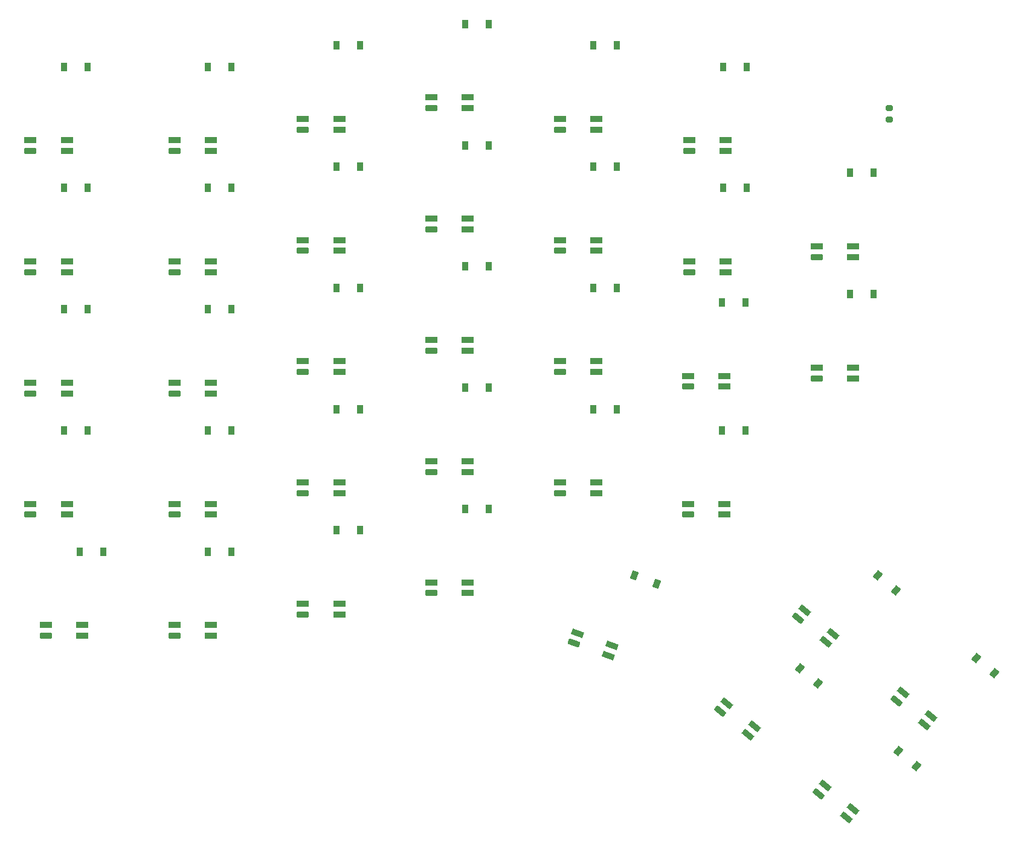
<source format=gbr>
%TF.GenerationSoftware,KiCad,Pcbnew,(6.0.5)*%
%TF.CreationDate,2022-05-24T22:08:53+02:00*%
%TF.ProjectId,LPKeyboard,4c504b65-7962-46f6-9172-642e6b696361,rev?*%
%TF.SameCoordinates,Original*%
%TF.FileFunction,Paste,Top*%
%TF.FilePolarity,Positive*%
%FSLAX46Y46*%
G04 Gerber Fmt 4.6, Leading zero omitted, Abs format (unit mm)*
G04 Created by KiCad (PCBNEW (6.0.5)) date 2022-05-24 22:08:53*
%MOMM*%
%LPD*%
G01*
G04 APERTURE LIST*
G04 Aperture macros list*
%AMRoundRect*
0 Rectangle with rounded corners*
0 $1 Rounding radius*
0 $2 $3 $4 $5 $6 $7 $8 $9 X,Y pos of 4 corners*
0 Add a 4 corners polygon primitive as box body*
4,1,4,$2,$3,$4,$5,$6,$7,$8,$9,$2,$3,0*
0 Add four circle primitives for the rounded corners*
1,1,$1+$1,$2,$3*
1,1,$1+$1,$4,$5*
1,1,$1+$1,$6,$7*
1,1,$1+$1,$8,$9*
0 Add four rect primitives between the rounded corners*
20,1,$1+$1,$2,$3,$4,$5,0*
20,1,$1+$1,$4,$5,$6,$7,0*
20,1,$1+$1,$6,$7,$8,$9,0*
20,1,$1+$1,$8,$9,$2,$3,0*%
%AMRotRect*
0 Rectangle, with rotation*
0 The origin of the aperture is its center*
0 $1 length*
0 $2 width*
0 $3 Rotation angle, in degrees counterclockwise*
0 Add horizontal line*
21,1,$1,$2,0,0,$3*%
G04 Aperture macros list end*
%ADD10R,0.900000X1.200000*%
%ADD11R,1.700000X0.820000*%
%ADD12RoundRect,0.205000X0.645000X0.205000X-0.645000X0.205000X-0.645000X-0.205000X0.645000X-0.205000X0*%
%ADD13RotRect,0.900000X1.200000X140.000000*%
%ADD14RotRect,0.900000X1.200000X160.000000*%
%ADD15RotRect,1.700000X0.820000X140.000000*%
%ADD16RoundRect,0.205000X0.625870X-0.257559X-0.362327X0.571637X-0.625870X0.257559X0.362327X-0.571637X0*%
%ADD17RotRect,1.700000X0.820000X160.000000*%
%ADD18RoundRect,0.205000X0.676216X-0.027966X-0.535988X0.413240X-0.676216X0.027966X0.535988X-0.413240X0*%
%ADD19RoundRect,0.200000X0.275000X-0.200000X0.275000X0.200000X-0.275000X0.200000X-0.275000X-0.200000X0*%
G04 APERTURE END LIST*
D10*
%TO.C,D47*%
X91049127Y-68231064D03*
X87749127Y-68231064D03*
%TD*%
D11*
%TO.C,D11*%
X88147500Y-61529800D03*
X88147500Y-63029800D03*
D12*
X83047500Y-63029800D03*
D11*
X83047500Y-61529800D03*
%TD*%
D13*
%TO.C,D70*%
X169020276Y-152295887D03*
X166492330Y-150174687D03*
%TD*%
D11*
%TO.C,D28*%
X142147500Y-97572800D03*
X142147500Y-99072800D03*
D12*
X137047500Y-99072800D03*
D11*
X137047500Y-97572800D03*
%TD*%
D14*
%TO.C,D60*%
X132601361Y-126716500D03*
X129500375Y-125587834D03*
%TD*%
D11*
%TO.C,D3*%
X49960000Y-98529800D03*
X49960000Y-100029800D03*
D12*
X44860000Y-100029800D03*
D11*
X44860000Y-98529800D03*
%TD*%
D10*
%TO.C,D39*%
X52861627Y-105231064D03*
X49561627Y-105231064D03*
%TD*%
D11*
%TO.C,D31*%
X160147500Y-79404800D03*
X160147500Y-80904800D03*
D12*
X155047500Y-80904800D03*
D11*
X155047500Y-79404800D03*
%TD*%
D10*
%TO.C,D37*%
X52861627Y-71231064D03*
X49561627Y-71231064D03*
%TD*%
D13*
%TO.C,D65*%
X155231477Y-140725711D03*
X152703531Y-138604511D03*
%TD*%
D11*
%TO.C,D29*%
X142147500Y-115529800D03*
X142147500Y-117029800D03*
D12*
X137047500Y-117029800D03*
D11*
X137047500Y-115529800D03*
%TD*%
D10*
%TO.C,D49*%
X91049127Y-102231064D03*
X87749127Y-102231064D03*
%TD*%
%TO.C,D44*%
X73049127Y-105231064D03*
X69749127Y-105231064D03*
%TD*%
%TO.C,D40*%
X55049127Y-122231064D03*
X51749127Y-122231064D03*
%TD*%
%TO.C,D46*%
X91049127Y-51231064D03*
X87749127Y-51231064D03*
%TD*%
D11*
%TO.C,D12*%
X88147500Y-78529800D03*
X88147500Y-80029800D03*
D12*
X83047500Y-80029800D03*
D11*
X83047500Y-78529800D03*
%TD*%
%TO.C,D9*%
X70147500Y-115529800D03*
X70147500Y-117029800D03*
D12*
X65047500Y-117029800D03*
D11*
X65047500Y-115529800D03*
%TD*%
%TO.C,D6*%
X70147500Y-64529800D03*
X70147500Y-66029800D03*
D12*
X65047500Y-66029800D03*
D11*
X65047500Y-64529800D03*
%TD*%
%TO.C,D18*%
X106147500Y-92529800D03*
X106147500Y-94029800D03*
D12*
X101047500Y-94029800D03*
D11*
X101047500Y-92529800D03*
%TD*%
D15*
%TO.C,D33*%
X157307439Y-133717832D03*
X156343258Y-134866899D03*
D16*
X152436431Y-131588682D03*
D15*
X153400612Y-130439615D03*
%TD*%
D10*
%TO.C,D43*%
X73049127Y-88231064D03*
X69749127Y-88231064D03*
%TD*%
%TO.C,D61*%
X145199127Y-54231064D03*
X141899127Y-54231064D03*
%TD*%
%TO.C,D55*%
X109049127Y-116231064D03*
X105749127Y-116231064D03*
%TD*%
%TO.C,D54*%
X109049127Y-99231064D03*
X105749127Y-99231064D03*
%TD*%
%TO.C,D45*%
X73049127Y-122231064D03*
X69749127Y-122231064D03*
%TD*%
%TO.C,D66*%
X163049127Y-69106064D03*
X159749127Y-69106064D03*
%TD*%
D11*
%TO.C,D1*%
X49960000Y-64529800D03*
X49960000Y-66029800D03*
D12*
X44860000Y-66029800D03*
D11*
X44860000Y-64529800D03*
%TD*%
D10*
%TO.C,D59*%
X127049127Y-102231064D03*
X123749127Y-102231064D03*
%TD*%
D11*
%TO.C,D24*%
X124147500Y-112529800D03*
X124147500Y-114029800D03*
D12*
X119047500Y-114029800D03*
D11*
X119047500Y-112529800D03*
%TD*%
%TO.C,D23*%
X124147500Y-95529800D03*
X124147500Y-97029800D03*
D12*
X119047500Y-97029800D03*
D11*
X119047500Y-95529800D03*
%TD*%
%TO.C,D14*%
X88147500Y-112529800D03*
X88147500Y-114029800D03*
D12*
X83047500Y-114029800D03*
D11*
X83047500Y-112529800D03*
%TD*%
%TO.C,D20*%
X106147500Y-126529800D03*
X106147500Y-128029800D03*
D12*
X101047500Y-128029800D03*
D11*
X101047500Y-126529800D03*
%TD*%
%TO.C,D19*%
X106147500Y-109529800D03*
X106147500Y-111029800D03*
D12*
X101047500Y-111029800D03*
D11*
X101047500Y-109529800D03*
%TD*%
%TO.C,D5*%
X52147500Y-132529800D03*
X52147500Y-134029800D03*
D12*
X47047500Y-134029800D03*
D11*
X47047500Y-132529800D03*
%TD*%
%TO.C,D2*%
X49960000Y-81529800D03*
X49960000Y-83029800D03*
D12*
X44860000Y-83029800D03*
D11*
X44860000Y-81529800D03*
%TD*%
D10*
%TO.C,D38*%
X52861627Y-88231064D03*
X49561627Y-88231064D03*
%TD*%
D15*
%TO.C,D30*%
X146380050Y-146740589D03*
X145415869Y-147889656D03*
D16*
X141509042Y-144611439D03*
D15*
X142473223Y-143462372D03*
%TD*%
D11*
%TO.C,D7*%
X70147500Y-81529800D03*
X70147500Y-83029800D03*
D12*
X65047500Y-83029800D03*
D11*
X65047500Y-81529800D03*
%TD*%
D10*
%TO.C,D41*%
X73049127Y-54231064D03*
X69749127Y-54231064D03*
%TD*%
%TO.C,D42*%
X73049127Y-71231064D03*
X69749127Y-71231064D03*
%TD*%
%TO.C,D57*%
X127049127Y-68231064D03*
X123749127Y-68231064D03*
%TD*%
D15*
%TO.C,D35*%
X160168849Y-158310766D03*
X159204668Y-159459833D03*
D16*
X155297841Y-156181616D03*
D15*
X156262022Y-155032549D03*
%TD*%
D13*
%TO.C,D68*%
X166158866Y-127702955D03*
X163630920Y-125581755D03*
%TD*%
D11*
%TO.C,D15*%
X88147500Y-129529800D03*
X88147500Y-131029800D03*
D12*
X83047500Y-131029800D03*
D11*
X83047500Y-129529800D03*
%TD*%
D10*
%TO.C,D36*%
X52861627Y-54231064D03*
X49561627Y-54231064D03*
%TD*%
D11*
%TO.C,D32*%
X160147500Y-96404800D03*
X160147500Y-97904800D03*
D12*
X155047500Y-97904800D03*
D11*
X155047500Y-96404800D03*
%TD*%
D10*
%TO.C,D52*%
X109049127Y-65231064D03*
X105749127Y-65231064D03*
%TD*%
D11*
%TO.C,D27*%
X142297500Y-81529800D03*
X142297500Y-83029800D03*
D12*
X137197500Y-83029800D03*
D11*
X137197500Y-81529800D03*
%TD*%
D15*
%TO.C,D34*%
X171096240Y-145288010D03*
X170132059Y-146437077D03*
D16*
X166225232Y-143158860D03*
D15*
X167189413Y-142009793D03*
%TD*%
D10*
%TO.C,D64*%
X145049127Y-105231064D03*
X141749127Y-105231064D03*
%TD*%
D17*
%TO.C,D25*%
X126347153Y-135397863D03*
X125834123Y-136807402D03*
D18*
X121041691Y-135063099D03*
D17*
X121554721Y-133653560D03*
%TD*%
D10*
%TO.C,D63*%
X145049127Y-87274064D03*
X141749127Y-87274064D03*
%TD*%
D11*
%TO.C,D8*%
X70147500Y-98529800D03*
X70147500Y-100029800D03*
D12*
X65047500Y-100029800D03*
D11*
X65047500Y-98529800D03*
%TD*%
%TO.C,D4*%
X49960000Y-115529800D03*
X49960000Y-117029800D03*
D12*
X44860000Y-117029800D03*
D11*
X44860000Y-115529800D03*
%TD*%
D10*
%TO.C,D48*%
X91049127Y-85231064D03*
X87749127Y-85231064D03*
%TD*%
D11*
%TO.C,D22*%
X124147500Y-78529800D03*
X124147500Y-80029800D03*
D12*
X119047500Y-80029800D03*
D11*
X119047500Y-78529800D03*
%TD*%
%TO.C,D21*%
X124147500Y-61529800D03*
X124147500Y-63029800D03*
D12*
X119047500Y-63029800D03*
D11*
X119047500Y-61529800D03*
%TD*%
D10*
%TO.C,D62*%
X145199127Y-71231064D03*
X141899127Y-71231064D03*
%TD*%
%TO.C,D50*%
X91049127Y-119231064D03*
X87749127Y-119231064D03*
%TD*%
D11*
%TO.C,D10*%
X70147500Y-132529800D03*
X70147500Y-134029800D03*
D12*
X65047500Y-134029800D03*
D11*
X65047500Y-132529800D03*
%TD*%
D10*
%TO.C,D56*%
X127049127Y-51231064D03*
X123749127Y-51231064D03*
%TD*%
%TO.C,D58*%
X127049127Y-85231064D03*
X123749127Y-85231064D03*
%TD*%
D11*
%TO.C,D16*%
X106147500Y-58529800D03*
X106147500Y-60029800D03*
D12*
X101047500Y-60029800D03*
D11*
X101047500Y-58529800D03*
%TD*%
D10*
%TO.C,D67*%
X163049127Y-86106064D03*
X159749127Y-86106064D03*
%TD*%
%TO.C,D51*%
X109049127Y-48231064D03*
X105749127Y-48231064D03*
%TD*%
D11*
%TO.C,D26*%
X142297500Y-64529800D03*
X142297500Y-66029800D03*
D12*
X137197500Y-66029800D03*
D11*
X137197500Y-64529800D03*
%TD*%
%TO.C,D13*%
X88147500Y-95529800D03*
X88147500Y-97029800D03*
D12*
X83047500Y-97029800D03*
D11*
X83047500Y-95529800D03*
%TD*%
D10*
%TO.C,D53*%
X109049127Y-82231064D03*
X105749127Y-82231064D03*
%TD*%
D19*
%TO.C,R1*%
X165252400Y-61632600D03*
X165252400Y-59982600D03*
%TD*%
D13*
%TO.C,D69*%
X179947666Y-139273132D03*
X177419720Y-137151932D03*
%TD*%
D11*
%TO.C,D17*%
X106147500Y-75529800D03*
X106147500Y-77029800D03*
D12*
X101047500Y-77029800D03*
D11*
X101047500Y-75529800D03*
%TD*%
M02*

</source>
